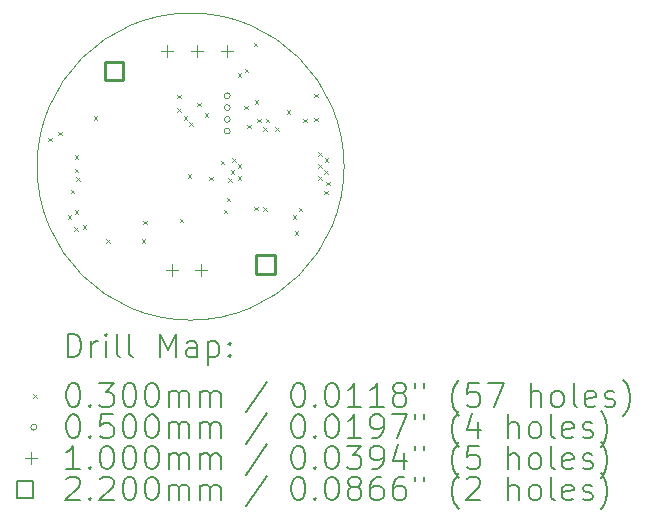
<source format=gbr>
%TF.GenerationSoftware,KiCad,Pcbnew,9.0.4*%
%TF.CreationDate,2025-10-13T14:39:45-04:00*%
%TF.ProjectId,bldc motor controller,626c6463-206d-46f7-946f-7220636f6e74,rev?*%
%TF.SameCoordinates,Original*%
%TF.FileFunction,Drillmap*%
%TF.FilePolarity,Positive*%
%FSLAX45Y45*%
G04 Gerber Fmt 4.5, Leading zero omitted, Abs format (unit mm)*
G04 Created by KiCad (PCBNEW 9.0.4) date 2025-10-13 14:39:45*
%MOMM*%
%LPD*%
G01*
G04 APERTURE LIST*
%ADD10C,0.050000*%
%ADD11C,0.200000*%
%ADD12C,0.100000*%
%ADD13C,0.220000*%
G04 APERTURE END LIST*
D10*
X15550000Y-8800000D02*
G75*
G02*
X12950000Y-8800000I-1300000J0D01*
G01*
X12950000Y-8800000D02*
G75*
G02*
X15550000Y-8800000I1300000J0D01*
G01*
D11*
D12*
X13045000Y-8555000D02*
X13075000Y-8585000D01*
X13075000Y-8555000D02*
X13045000Y-8585000D01*
X13129645Y-8504645D02*
X13159645Y-8534645D01*
X13159645Y-8504645D02*
X13129645Y-8534645D01*
X13210000Y-9213645D02*
X13240000Y-9243645D01*
X13240000Y-9213645D02*
X13210000Y-9243645D01*
X13235000Y-8995000D02*
X13265000Y-9025000D01*
X13265000Y-8995000D02*
X13235000Y-9025000D01*
X13265000Y-9315000D02*
X13295000Y-9345000D01*
X13295000Y-9315000D02*
X13265000Y-9345000D01*
X13269219Y-9170782D02*
X13299219Y-9200782D01*
X13299219Y-9170782D02*
X13269219Y-9200782D01*
X13270000Y-8705000D02*
X13300000Y-8735000D01*
X13300000Y-8705000D02*
X13270000Y-8735000D01*
X13270000Y-8820000D02*
X13300000Y-8850000D01*
X13300000Y-8820000D02*
X13270000Y-8850000D01*
X13280000Y-8890000D02*
X13310000Y-8920000D01*
X13310000Y-8890000D02*
X13280000Y-8920000D01*
X13335000Y-9295826D02*
X13365000Y-9325826D01*
X13365000Y-9295826D02*
X13335000Y-9325826D01*
X13430000Y-8375000D02*
X13460000Y-8405000D01*
X13460000Y-8375000D02*
X13430000Y-8405000D01*
X13535000Y-9415000D02*
X13565000Y-9445000D01*
X13565000Y-9415000D02*
X13535000Y-9445000D01*
X13835000Y-9415000D02*
X13865000Y-9445000D01*
X13865000Y-9415000D02*
X13835000Y-9445000D01*
X13849805Y-9259095D02*
X13879805Y-9289095D01*
X13879805Y-9259095D02*
X13849805Y-9289095D01*
X14135000Y-8190000D02*
X14165000Y-8220000D01*
X14165000Y-8190000D02*
X14135000Y-8220000D01*
X14135000Y-8305000D02*
X14165000Y-8335000D01*
X14165000Y-8305000D02*
X14135000Y-8335000D01*
X14159609Y-9241033D02*
X14189609Y-9271033D01*
X14189609Y-9241033D02*
X14159609Y-9271033D01*
X14190502Y-8375502D02*
X14220502Y-8405502D01*
X14220502Y-8375502D02*
X14190502Y-8405502D01*
X14224361Y-8864928D02*
X14254361Y-8894928D01*
X14254361Y-8864928D02*
X14224361Y-8894928D01*
X14240000Y-8425000D02*
X14270000Y-8455000D01*
X14270000Y-8425000D02*
X14240000Y-8455000D01*
X14305000Y-8260000D02*
X14335000Y-8290000D01*
X14335000Y-8260000D02*
X14305000Y-8290000D01*
X14367910Y-8348022D02*
X14397910Y-8378022D01*
X14397910Y-8348022D02*
X14367910Y-8378022D01*
X14410000Y-8885000D02*
X14440000Y-8915000D01*
X14440000Y-8885000D02*
X14410000Y-8915000D01*
X14505000Y-8750000D02*
X14535000Y-8780000D01*
X14535000Y-8750000D02*
X14505000Y-8780000D01*
X14530000Y-9165100D02*
X14560000Y-9195100D01*
X14560000Y-9165100D02*
X14530000Y-9195100D01*
X14555000Y-9065000D02*
X14585000Y-9095000D01*
X14585000Y-9065000D02*
X14555000Y-9095000D01*
X14567429Y-8897571D02*
X14597429Y-8927571D01*
X14597429Y-8897571D02*
X14567429Y-8927571D01*
X14590000Y-8830000D02*
X14620000Y-8860000D01*
X14620000Y-8830000D02*
X14590000Y-8860000D01*
X14600510Y-8730495D02*
X14630510Y-8760495D01*
X14630510Y-8730495D02*
X14600510Y-8760495D01*
X14650000Y-8780000D02*
X14680000Y-8810000D01*
X14680000Y-8780000D02*
X14650000Y-8810000D01*
X14650000Y-8880000D02*
X14680000Y-8910000D01*
X14680000Y-8880000D02*
X14650000Y-8910000D01*
X14650943Y-8007581D02*
X14680943Y-8037581D01*
X14680943Y-8007581D02*
X14650943Y-8037581D01*
X14705000Y-8285000D02*
X14735000Y-8315000D01*
X14735000Y-8285000D02*
X14705000Y-8315000D01*
X14710000Y-7970000D02*
X14740000Y-8000000D01*
X14740000Y-7970000D02*
X14710000Y-8000000D01*
X14727855Y-8447145D02*
X14757855Y-8477145D01*
X14757855Y-8447145D02*
X14727855Y-8477145D01*
X14785000Y-7750000D02*
X14815000Y-7780000D01*
X14815000Y-7750000D02*
X14785000Y-7780000D01*
X14790000Y-9140000D02*
X14820000Y-9170000D01*
X14820000Y-9140000D02*
X14790000Y-9170000D01*
X14795000Y-8240000D02*
X14825000Y-8270000D01*
X14825000Y-8240000D02*
X14795000Y-8270000D01*
X14814999Y-8395000D02*
X14844999Y-8425000D01*
X14844999Y-8395000D02*
X14814999Y-8425000D01*
X14864999Y-8465000D02*
X14894999Y-8495000D01*
X14894999Y-8465000D02*
X14864999Y-8495000D01*
X14864999Y-9145000D02*
X14894999Y-9175000D01*
X14894999Y-9145000D02*
X14864999Y-9175000D01*
X14884999Y-8395303D02*
X14914999Y-8425303D01*
X14914999Y-8395303D02*
X14884999Y-8425303D01*
X14964999Y-8465000D02*
X14994999Y-8495000D01*
X14994999Y-8465000D02*
X14964999Y-8495000D01*
X15065000Y-8325000D02*
X15095000Y-8355000D01*
X15095000Y-8325000D02*
X15065000Y-8355000D01*
X15114999Y-9210000D02*
X15144999Y-9240000D01*
X15144999Y-9210000D02*
X15114999Y-9240000D01*
X15130000Y-9345000D02*
X15160000Y-9375000D01*
X15160000Y-9345000D02*
X15130000Y-9375000D01*
X15164999Y-9150000D02*
X15194999Y-9180000D01*
X15194999Y-9150000D02*
X15164999Y-9180000D01*
X15202855Y-8394900D02*
X15232855Y-8424900D01*
X15232855Y-8394900D02*
X15202855Y-8424900D01*
X15295000Y-8185000D02*
X15325000Y-8215000D01*
X15325000Y-8185000D02*
X15295000Y-8215000D01*
X15295000Y-8385000D02*
X15325000Y-8415000D01*
X15325000Y-8385000D02*
X15295000Y-8415000D01*
X15330000Y-8680000D02*
X15360000Y-8710000D01*
X15360000Y-8680000D02*
X15330000Y-8710000D01*
X15330000Y-8780000D02*
X15360000Y-8810000D01*
X15360000Y-8780000D02*
X15330000Y-8810000D01*
X15330000Y-8880000D02*
X15360000Y-8910000D01*
X15360000Y-8880000D02*
X15330000Y-8910000D01*
X15380000Y-8830000D02*
X15410000Y-8860000D01*
X15410000Y-8830000D02*
X15380000Y-8860000D01*
X15380000Y-9005000D02*
X15410000Y-9035000D01*
X15410000Y-9005000D02*
X15380000Y-9035000D01*
X15385000Y-8730000D02*
X15415000Y-8760000D01*
X15415000Y-8730000D02*
X15385000Y-8760000D01*
X15400000Y-8930000D02*
X15430000Y-8960000D01*
X15430000Y-8930000D02*
X15400000Y-8960000D01*
X14585000Y-8200000D02*
G75*
G02*
X14535000Y-8200000I-25000J0D01*
G01*
X14535000Y-8200000D02*
G75*
G02*
X14585000Y-8200000I25000J0D01*
G01*
X14585000Y-8300000D02*
G75*
G02*
X14535000Y-8300000I-25000J0D01*
G01*
X14535000Y-8300000D02*
G75*
G02*
X14585000Y-8300000I25000J0D01*
G01*
X14585000Y-8400000D02*
G75*
G02*
X14535000Y-8400000I-25000J0D01*
G01*
X14535000Y-8400000D02*
G75*
G02*
X14585000Y-8400000I25000J0D01*
G01*
X14585000Y-8500000D02*
G75*
G02*
X14535000Y-8500000I-25000J0D01*
G01*
X14535000Y-8500000D02*
G75*
G02*
X14585000Y-8500000I25000J0D01*
G01*
X14051000Y-7770000D02*
X14051000Y-7870000D01*
X14001000Y-7820000D02*
X14101000Y-7820000D01*
X14090000Y-9625000D02*
X14090000Y-9725000D01*
X14040000Y-9675000D02*
X14140000Y-9675000D01*
X14305000Y-7770000D02*
X14305000Y-7870000D01*
X14255000Y-7820000D02*
X14355000Y-7820000D01*
X14340000Y-9625000D02*
X14340000Y-9725000D01*
X14290000Y-9675000D02*
X14390000Y-9675000D01*
X14559000Y-7770000D02*
X14559000Y-7870000D01*
X14509000Y-7820000D02*
X14609000Y-7820000D01*
D13*
X13677782Y-8067782D02*
X13677782Y-7912217D01*
X13522217Y-7912217D01*
X13522217Y-8067782D01*
X13677782Y-8067782D01*
X14962782Y-9707783D02*
X14962782Y-9552218D01*
X14807217Y-9552218D01*
X14807217Y-9707783D01*
X14962782Y-9707783D01*
D11*
X13208277Y-10413984D02*
X13208277Y-10213984D01*
X13208277Y-10213984D02*
X13255896Y-10213984D01*
X13255896Y-10213984D02*
X13284467Y-10223508D01*
X13284467Y-10223508D02*
X13303515Y-10242555D01*
X13303515Y-10242555D02*
X13313039Y-10261603D01*
X13313039Y-10261603D02*
X13322562Y-10299698D01*
X13322562Y-10299698D02*
X13322562Y-10328270D01*
X13322562Y-10328270D02*
X13313039Y-10366365D01*
X13313039Y-10366365D02*
X13303515Y-10385412D01*
X13303515Y-10385412D02*
X13284467Y-10404460D01*
X13284467Y-10404460D02*
X13255896Y-10413984D01*
X13255896Y-10413984D02*
X13208277Y-10413984D01*
X13408277Y-10413984D02*
X13408277Y-10280650D01*
X13408277Y-10318746D02*
X13417801Y-10299698D01*
X13417801Y-10299698D02*
X13427324Y-10290174D01*
X13427324Y-10290174D02*
X13446372Y-10280650D01*
X13446372Y-10280650D02*
X13465420Y-10280650D01*
X13532086Y-10413984D02*
X13532086Y-10280650D01*
X13532086Y-10213984D02*
X13522562Y-10223508D01*
X13522562Y-10223508D02*
X13532086Y-10233031D01*
X13532086Y-10233031D02*
X13541610Y-10223508D01*
X13541610Y-10223508D02*
X13532086Y-10213984D01*
X13532086Y-10213984D02*
X13532086Y-10233031D01*
X13655896Y-10413984D02*
X13636848Y-10404460D01*
X13636848Y-10404460D02*
X13627324Y-10385412D01*
X13627324Y-10385412D02*
X13627324Y-10213984D01*
X13760658Y-10413984D02*
X13741610Y-10404460D01*
X13741610Y-10404460D02*
X13732086Y-10385412D01*
X13732086Y-10385412D02*
X13732086Y-10213984D01*
X13989229Y-10413984D02*
X13989229Y-10213984D01*
X13989229Y-10213984D02*
X14055896Y-10356841D01*
X14055896Y-10356841D02*
X14122562Y-10213984D01*
X14122562Y-10213984D02*
X14122562Y-10413984D01*
X14303515Y-10413984D02*
X14303515Y-10309222D01*
X14303515Y-10309222D02*
X14293991Y-10290174D01*
X14293991Y-10290174D02*
X14274943Y-10280650D01*
X14274943Y-10280650D02*
X14236848Y-10280650D01*
X14236848Y-10280650D02*
X14217801Y-10290174D01*
X14303515Y-10404460D02*
X14284467Y-10413984D01*
X14284467Y-10413984D02*
X14236848Y-10413984D01*
X14236848Y-10413984D02*
X14217801Y-10404460D01*
X14217801Y-10404460D02*
X14208277Y-10385412D01*
X14208277Y-10385412D02*
X14208277Y-10366365D01*
X14208277Y-10366365D02*
X14217801Y-10347317D01*
X14217801Y-10347317D02*
X14236848Y-10337793D01*
X14236848Y-10337793D02*
X14284467Y-10337793D01*
X14284467Y-10337793D02*
X14303515Y-10328270D01*
X14398753Y-10280650D02*
X14398753Y-10480650D01*
X14398753Y-10290174D02*
X14417801Y-10280650D01*
X14417801Y-10280650D02*
X14455896Y-10280650D01*
X14455896Y-10280650D02*
X14474943Y-10290174D01*
X14474943Y-10290174D02*
X14484467Y-10299698D01*
X14484467Y-10299698D02*
X14493991Y-10318746D01*
X14493991Y-10318746D02*
X14493991Y-10375889D01*
X14493991Y-10375889D02*
X14484467Y-10394936D01*
X14484467Y-10394936D02*
X14474943Y-10404460D01*
X14474943Y-10404460D02*
X14455896Y-10413984D01*
X14455896Y-10413984D02*
X14417801Y-10413984D01*
X14417801Y-10413984D02*
X14398753Y-10404460D01*
X14579705Y-10394936D02*
X14589229Y-10404460D01*
X14589229Y-10404460D02*
X14579705Y-10413984D01*
X14579705Y-10413984D02*
X14570182Y-10404460D01*
X14570182Y-10404460D02*
X14579705Y-10394936D01*
X14579705Y-10394936D02*
X14579705Y-10413984D01*
X14579705Y-10290174D02*
X14589229Y-10299698D01*
X14589229Y-10299698D02*
X14579705Y-10309222D01*
X14579705Y-10309222D02*
X14570182Y-10299698D01*
X14570182Y-10299698D02*
X14579705Y-10290174D01*
X14579705Y-10290174D02*
X14579705Y-10309222D01*
D12*
X12917500Y-10727500D02*
X12947500Y-10757500D01*
X12947500Y-10727500D02*
X12917500Y-10757500D01*
D11*
X13246372Y-10633984D02*
X13265420Y-10633984D01*
X13265420Y-10633984D02*
X13284467Y-10643508D01*
X13284467Y-10643508D02*
X13293991Y-10653031D01*
X13293991Y-10653031D02*
X13303515Y-10672079D01*
X13303515Y-10672079D02*
X13313039Y-10710174D01*
X13313039Y-10710174D02*
X13313039Y-10757793D01*
X13313039Y-10757793D02*
X13303515Y-10795889D01*
X13303515Y-10795889D02*
X13293991Y-10814936D01*
X13293991Y-10814936D02*
X13284467Y-10824460D01*
X13284467Y-10824460D02*
X13265420Y-10833984D01*
X13265420Y-10833984D02*
X13246372Y-10833984D01*
X13246372Y-10833984D02*
X13227324Y-10824460D01*
X13227324Y-10824460D02*
X13217801Y-10814936D01*
X13217801Y-10814936D02*
X13208277Y-10795889D01*
X13208277Y-10795889D02*
X13198753Y-10757793D01*
X13198753Y-10757793D02*
X13198753Y-10710174D01*
X13198753Y-10710174D02*
X13208277Y-10672079D01*
X13208277Y-10672079D02*
X13217801Y-10653031D01*
X13217801Y-10653031D02*
X13227324Y-10643508D01*
X13227324Y-10643508D02*
X13246372Y-10633984D01*
X13398753Y-10814936D02*
X13408277Y-10824460D01*
X13408277Y-10824460D02*
X13398753Y-10833984D01*
X13398753Y-10833984D02*
X13389229Y-10824460D01*
X13389229Y-10824460D02*
X13398753Y-10814936D01*
X13398753Y-10814936D02*
X13398753Y-10833984D01*
X13474943Y-10633984D02*
X13598753Y-10633984D01*
X13598753Y-10633984D02*
X13532086Y-10710174D01*
X13532086Y-10710174D02*
X13560658Y-10710174D01*
X13560658Y-10710174D02*
X13579705Y-10719698D01*
X13579705Y-10719698D02*
X13589229Y-10729222D01*
X13589229Y-10729222D02*
X13598753Y-10748270D01*
X13598753Y-10748270D02*
X13598753Y-10795889D01*
X13598753Y-10795889D02*
X13589229Y-10814936D01*
X13589229Y-10814936D02*
X13579705Y-10824460D01*
X13579705Y-10824460D02*
X13560658Y-10833984D01*
X13560658Y-10833984D02*
X13503515Y-10833984D01*
X13503515Y-10833984D02*
X13484467Y-10824460D01*
X13484467Y-10824460D02*
X13474943Y-10814936D01*
X13722562Y-10633984D02*
X13741610Y-10633984D01*
X13741610Y-10633984D02*
X13760658Y-10643508D01*
X13760658Y-10643508D02*
X13770182Y-10653031D01*
X13770182Y-10653031D02*
X13779705Y-10672079D01*
X13779705Y-10672079D02*
X13789229Y-10710174D01*
X13789229Y-10710174D02*
X13789229Y-10757793D01*
X13789229Y-10757793D02*
X13779705Y-10795889D01*
X13779705Y-10795889D02*
X13770182Y-10814936D01*
X13770182Y-10814936D02*
X13760658Y-10824460D01*
X13760658Y-10824460D02*
X13741610Y-10833984D01*
X13741610Y-10833984D02*
X13722562Y-10833984D01*
X13722562Y-10833984D02*
X13703515Y-10824460D01*
X13703515Y-10824460D02*
X13693991Y-10814936D01*
X13693991Y-10814936D02*
X13684467Y-10795889D01*
X13684467Y-10795889D02*
X13674943Y-10757793D01*
X13674943Y-10757793D02*
X13674943Y-10710174D01*
X13674943Y-10710174D02*
X13684467Y-10672079D01*
X13684467Y-10672079D02*
X13693991Y-10653031D01*
X13693991Y-10653031D02*
X13703515Y-10643508D01*
X13703515Y-10643508D02*
X13722562Y-10633984D01*
X13913039Y-10633984D02*
X13932086Y-10633984D01*
X13932086Y-10633984D02*
X13951134Y-10643508D01*
X13951134Y-10643508D02*
X13960658Y-10653031D01*
X13960658Y-10653031D02*
X13970182Y-10672079D01*
X13970182Y-10672079D02*
X13979705Y-10710174D01*
X13979705Y-10710174D02*
X13979705Y-10757793D01*
X13979705Y-10757793D02*
X13970182Y-10795889D01*
X13970182Y-10795889D02*
X13960658Y-10814936D01*
X13960658Y-10814936D02*
X13951134Y-10824460D01*
X13951134Y-10824460D02*
X13932086Y-10833984D01*
X13932086Y-10833984D02*
X13913039Y-10833984D01*
X13913039Y-10833984D02*
X13893991Y-10824460D01*
X13893991Y-10824460D02*
X13884467Y-10814936D01*
X13884467Y-10814936D02*
X13874943Y-10795889D01*
X13874943Y-10795889D02*
X13865420Y-10757793D01*
X13865420Y-10757793D02*
X13865420Y-10710174D01*
X13865420Y-10710174D02*
X13874943Y-10672079D01*
X13874943Y-10672079D02*
X13884467Y-10653031D01*
X13884467Y-10653031D02*
X13893991Y-10643508D01*
X13893991Y-10643508D02*
X13913039Y-10633984D01*
X14065420Y-10833984D02*
X14065420Y-10700650D01*
X14065420Y-10719698D02*
X14074943Y-10710174D01*
X14074943Y-10710174D02*
X14093991Y-10700650D01*
X14093991Y-10700650D02*
X14122563Y-10700650D01*
X14122563Y-10700650D02*
X14141610Y-10710174D01*
X14141610Y-10710174D02*
X14151134Y-10729222D01*
X14151134Y-10729222D02*
X14151134Y-10833984D01*
X14151134Y-10729222D02*
X14160658Y-10710174D01*
X14160658Y-10710174D02*
X14179705Y-10700650D01*
X14179705Y-10700650D02*
X14208277Y-10700650D01*
X14208277Y-10700650D02*
X14227324Y-10710174D01*
X14227324Y-10710174D02*
X14236848Y-10729222D01*
X14236848Y-10729222D02*
X14236848Y-10833984D01*
X14332086Y-10833984D02*
X14332086Y-10700650D01*
X14332086Y-10719698D02*
X14341610Y-10710174D01*
X14341610Y-10710174D02*
X14360658Y-10700650D01*
X14360658Y-10700650D02*
X14389229Y-10700650D01*
X14389229Y-10700650D02*
X14408277Y-10710174D01*
X14408277Y-10710174D02*
X14417801Y-10729222D01*
X14417801Y-10729222D02*
X14417801Y-10833984D01*
X14417801Y-10729222D02*
X14427324Y-10710174D01*
X14427324Y-10710174D02*
X14446372Y-10700650D01*
X14446372Y-10700650D02*
X14474943Y-10700650D01*
X14474943Y-10700650D02*
X14493991Y-10710174D01*
X14493991Y-10710174D02*
X14503515Y-10729222D01*
X14503515Y-10729222D02*
X14503515Y-10833984D01*
X14893991Y-10624460D02*
X14722563Y-10881603D01*
X15151134Y-10633984D02*
X15170182Y-10633984D01*
X15170182Y-10633984D02*
X15189229Y-10643508D01*
X15189229Y-10643508D02*
X15198753Y-10653031D01*
X15198753Y-10653031D02*
X15208277Y-10672079D01*
X15208277Y-10672079D02*
X15217801Y-10710174D01*
X15217801Y-10710174D02*
X15217801Y-10757793D01*
X15217801Y-10757793D02*
X15208277Y-10795889D01*
X15208277Y-10795889D02*
X15198753Y-10814936D01*
X15198753Y-10814936D02*
X15189229Y-10824460D01*
X15189229Y-10824460D02*
X15170182Y-10833984D01*
X15170182Y-10833984D02*
X15151134Y-10833984D01*
X15151134Y-10833984D02*
X15132086Y-10824460D01*
X15132086Y-10824460D02*
X15122563Y-10814936D01*
X15122563Y-10814936D02*
X15113039Y-10795889D01*
X15113039Y-10795889D02*
X15103515Y-10757793D01*
X15103515Y-10757793D02*
X15103515Y-10710174D01*
X15103515Y-10710174D02*
X15113039Y-10672079D01*
X15113039Y-10672079D02*
X15122563Y-10653031D01*
X15122563Y-10653031D02*
X15132086Y-10643508D01*
X15132086Y-10643508D02*
X15151134Y-10633984D01*
X15303515Y-10814936D02*
X15313039Y-10824460D01*
X15313039Y-10824460D02*
X15303515Y-10833984D01*
X15303515Y-10833984D02*
X15293991Y-10824460D01*
X15293991Y-10824460D02*
X15303515Y-10814936D01*
X15303515Y-10814936D02*
X15303515Y-10833984D01*
X15436848Y-10633984D02*
X15455896Y-10633984D01*
X15455896Y-10633984D02*
X15474944Y-10643508D01*
X15474944Y-10643508D02*
X15484467Y-10653031D01*
X15484467Y-10653031D02*
X15493991Y-10672079D01*
X15493991Y-10672079D02*
X15503515Y-10710174D01*
X15503515Y-10710174D02*
X15503515Y-10757793D01*
X15503515Y-10757793D02*
X15493991Y-10795889D01*
X15493991Y-10795889D02*
X15484467Y-10814936D01*
X15484467Y-10814936D02*
X15474944Y-10824460D01*
X15474944Y-10824460D02*
X15455896Y-10833984D01*
X15455896Y-10833984D02*
X15436848Y-10833984D01*
X15436848Y-10833984D02*
X15417801Y-10824460D01*
X15417801Y-10824460D02*
X15408277Y-10814936D01*
X15408277Y-10814936D02*
X15398753Y-10795889D01*
X15398753Y-10795889D02*
X15389229Y-10757793D01*
X15389229Y-10757793D02*
X15389229Y-10710174D01*
X15389229Y-10710174D02*
X15398753Y-10672079D01*
X15398753Y-10672079D02*
X15408277Y-10653031D01*
X15408277Y-10653031D02*
X15417801Y-10643508D01*
X15417801Y-10643508D02*
X15436848Y-10633984D01*
X15693991Y-10833984D02*
X15579706Y-10833984D01*
X15636848Y-10833984D02*
X15636848Y-10633984D01*
X15636848Y-10633984D02*
X15617801Y-10662555D01*
X15617801Y-10662555D02*
X15598753Y-10681603D01*
X15598753Y-10681603D02*
X15579706Y-10691127D01*
X15884467Y-10833984D02*
X15770182Y-10833984D01*
X15827325Y-10833984D02*
X15827325Y-10633984D01*
X15827325Y-10633984D02*
X15808277Y-10662555D01*
X15808277Y-10662555D02*
X15789229Y-10681603D01*
X15789229Y-10681603D02*
X15770182Y-10691127D01*
X15998753Y-10719698D02*
X15979706Y-10710174D01*
X15979706Y-10710174D02*
X15970182Y-10700650D01*
X15970182Y-10700650D02*
X15960658Y-10681603D01*
X15960658Y-10681603D02*
X15960658Y-10672079D01*
X15960658Y-10672079D02*
X15970182Y-10653031D01*
X15970182Y-10653031D02*
X15979706Y-10643508D01*
X15979706Y-10643508D02*
X15998753Y-10633984D01*
X15998753Y-10633984D02*
X16036848Y-10633984D01*
X16036848Y-10633984D02*
X16055896Y-10643508D01*
X16055896Y-10643508D02*
X16065420Y-10653031D01*
X16065420Y-10653031D02*
X16074944Y-10672079D01*
X16074944Y-10672079D02*
X16074944Y-10681603D01*
X16074944Y-10681603D02*
X16065420Y-10700650D01*
X16065420Y-10700650D02*
X16055896Y-10710174D01*
X16055896Y-10710174D02*
X16036848Y-10719698D01*
X16036848Y-10719698D02*
X15998753Y-10719698D01*
X15998753Y-10719698D02*
X15979706Y-10729222D01*
X15979706Y-10729222D02*
X15970182Y-10738746D01*
X15970182Y-10738746D02*
X15960658Y-10757793D01*
X15960658Y-10757793D02*
X15960658Y-10795889D01*
X15960658Y-10795889D02*
X15970182Y-10814936D01*
X15970182Y-10814936D02*
X15979706Y-10824460D01*
X15979706Y-10824460D02*
X15998753Y-10833984D01*
X15998753Y-10833984D02*
X16036848Y-10833984D01*
X16036848Y-10833984D02*
X16055896Y-10824460D01*
X16055896Y-10824460D02*
X16065420Y-10814936D01*
X16065420Y-10814936D02*
X16074944Y-10795889D01*
X16074944Y-10795889D02*
X16074944Y-10757793D01*
X16074944Y-10757793D02*
X16065420Y-10738746D01*
X16065420Y-10738746D02*
X16055896Y-10729222D01*
X16055896Y-10729222D02*
X16036848Y-10719698D01*
X16151134Y-10633984D02*
X16151134Y-10672079D01*
X16227325Y-10633984D02*
X16227325Y-10672079D01*
X16522563Y-10910174D02*
X16513039Y-10900650D01*
X16513039Y-10900650D02*
X16493991Y-10872079D01*
X16493991Y-10872079D02*
X16484468Y-10853031D01*
X16484468Y-10853031D02*
X16474944Y-10824460D01*
X16474944Y-10824460D02*
X16465420Y-10776841D01*
X16465420Y-10776841D02*
X16465420Y-10738746D01*
X16465420Y-10738746D02*
X16474944Y-10691127D01*
X16474944Y-10691127D02*
X16484468Y-10662555D01*
X16484468Y-10662555D02*
X16493991Y-10643508D01*
X16493991Y-10643508D02*
X16513039Y-10614936D01*
X16513039Y-10614936D02*
X16522563Y-10605412D01*
X16693991Y-10633984D02*
X16598753Y-10633984D01*
X16598753Y-10633984D02*
X16589229Y-10729222D01*
X16589229Y-10729222D02*
X16598753Y-10719698D01*
X16598753Y-10719698D02*
X16617801Y-10710174D01*
X16617801Y-10710174D02*
X16665420Y-10710174D01*
X16665420Y-10710174D02*
X16684468Y-10719698D01*
X16684468Y-10719698D02*
X16693991Y-10729222D01*
X16693991Y-10729222D02*
X16703515Y-10748270D01*
X16703515Y-10748270D02*
X16703515Y-10795889D01*
X16703515Y-10795889D02*
X16693991Y-10814936D01*
X16693991Y-10814936D02*
X16684468Y-10824460D01*
X16684468Y-10824460D02*
X16665420Y-10833984D01*
X16665420Y-10833984D02*
X16617801Y-10833984D01*
X16617801Y-10833984D02*
X16598753Y-10824460D01*
X16598753Y-10824460D02*
X16589229Y-10814936D01*
X16770182Y-10633984D02*
X16903515Y-10633984D01*
X16903515Y-10633984D02*
X16817801Y-10833984D01*
X17132087Y-10833984D02*
X17132087Y-10633984D01*
X17217801Y-10833984D02*
X17217801Y-10729222D01*
X17217801Y-10729222D02*
X17208277Y-10710174D01*
X17208277Y-10710174D02*
X17189230Y-10700650D01*
X17189230Y-10700650D02*
X17160658Y-10700650D01*
X17160658Y-10700650D02*
X17141611Y-10710174D01*
X17141611Y-10710174D02*
X17132087Y-10719698D01*
X17341611Y-10833984D02*
X17322563Y-10824460D01*
X17322563Y-10824460D02*
X17313039Y-10814936D01*
X17313039Y-10814936D02*
X17303515Y-10795889D01*
X17303515Y-10795889D02*
X17303515Y-10738746D01*
X17303515Y-10738746D02*
X17313039Y-10719698D01*
X17313039Y-10719698D02*
X17322563Y-10710174D01*
X17322563Y-10710174D02*
X17341611Y-10700650D01*
X17341611Y-10700650D02*
X17370182Y-10700650D01*
X17370182Y-10700650D02*
X17389230Y-10710174D01*
X17389230Y-10710174D02*
X17398753Y-10719698D01*
X17398753Y-10719698D02*
X17408277Y-10738746D01*
X17408277Y-10738746D02*
X17408277Y-10795889D01*
X17408277Y-10795889D02*
X17398753Y-10814936D01*
X17398753Y-10814936D02*
X17389230Y-10824460D01*
X17389230Y-10824460D02*
X17370182Y-10833984D01*
X17370182Y-10833984D02*
X17341611Y-10833984D01*
X17522563Y-10833984D02*
X17503515Y-10824460D01*
X17503515Y-10824460D02*
X17493992Y-10805412D01*
X17493992Y-10805412D02*
X17493992Y-10633984D01*
X17674944Y-10824460D02*
X17655896Y-10833984D01*
X17655896Y-10833984D02*
X17617801Y-10833984D01*
X17617801Y-10833984D02*
X17598753Y-10824460D01*
X17598753Y-10824460D02*
X17589230Y-10805412D01*
X17589230Y-10805412D02*
X17589230Y-10729222D01*
X17589230Y-10729222D02*
X17598753Y-10710174D01*
X17598753Y-10710174D02*
X17617801Y-10700650D01*
X17617801Y-10700650D02*
X17655896Y-10700650D01*
X17655896Y-10700650D02*
X17674944Y-10710174D01*
X17674944Y-10710174D02*
X17684468Y-10729222D01*
X17684468Y-10729222D02*
X17684468Y-10748270D01*
X17684468Y-10748270D02*
X17589230Y-10767317D01*
X17760658Y-10824460D02*
X17779706Y-10833984D01*
X17779706Y-10833984D02*
X17817801Y-10833984D01*
X17817801Y-10833984D02*
X17836849Y-10824460D01*
X17836849Y-10824460D02*
X17846373Y-10805412D01*
X17846373Y-10805412D02*
X17846373Y-10795889D01*
X17846373Y-10795889D02*
X17836849Y-10776841D01*
X17836849Y-10776841D02*
X17817801Y-10767317D01*
X17817801Y-10767317D02*
X17789230Y-10767317D01*
X17789230Y-10767317D02*
X17770182Y-10757793D01*
X17770182Y-10757793D02*
X17760658Y-10738746D01*
X17760658Y-10738746D02*
X17760658Y-10729222D01*
X17760658Y-10729222D02*
X17770182Y-10710174D01*
X17770182Y-10710174D02*
X17789230Y-10700650D01*
X17789230Y-10700650D02*
X17817801Y-10700650D01*
X17817801Y-10700650D02*
X17836849Y-10710174D01*
X17913039Y-10910174D02*
X17922563Y-10900650D01*
X17922563Y-10900650D02*
X17941611Y-10872079D01*
X17941611Y-10872079D02*
X17951134Y-10853031D01*
X17951134Y-10853031D02*
X17960658Y-10824460D01*
X17960658Y-10824460D02*
X17970182Y-10776841D01*
X17970182Y-10776841D02*
X17970182Y-10738746D01*
X17970182Y-10738746D02*
X17960658Y-10691127D01*
X17960658Y-10691127D02*
X17951134Y-10662555D01*
X17951134Y-10662555D02*
X17941611Y-10643508D01*
X17941611Y-10643508D02*
X17922563Y-10614936D01*
X17922563Y-10614936D02*
X17913039Y-10605412D01*
D12*
X12947500Y-11006500D02*
G75*
G02*
X12897500Y-11006500I-25000J0D01*
G01*
X12897500Y-11006500D02*
G75*
G02*
X12947500Y-11006500I25000J0D01*
G01*
D11*
X13246372Y-10897984D02*
X13265420Y-10897984D01*
X13265420Y-10897984D02*
X13284467Y-10907508D01*
X13284467Y-10907508D02*
X13293991Y-10917031D01*
X13293991Y-10917031D02*
X13303515Y-10936079D01*
X13303515Y-10936079D02*
X13313039Y-10974174D01*
X13313039Y-10974174D02*
X13313039Y-11021793D01*
X13313039Y-11021793D02*
X13303515Y-11059889D01*
X13303515Y-11059889D02*
X13293991Y-11078936D01*
X13293991Y-11078936D02*
X13284467Y-11088460D01*
X13284467Y-11088460D02*
X13265420Y-11097984D01*
X13265420Y-11097984D02*
X13246372Y-11097984D01*
X13246372Y-11097984D02*
X13227324Y-11088460D01*
X13227324Y-11088460D02*
X13217801Y-11078936D01*
X13217801Y-11078936D02*
X13208277Y-11059889D01*
X13208277Y-11059889D02*
X13198753Y-11021793D01*
X13198753Y-11021793D02*
X13198753Y-10974174D01*
X13198753Y-10974174D02*
X13208277Y-10936079D01*
X13208277Y-10936079D02*
X13217801Y-10917031D01*
X13217801Y-10917031D02*
X13227324Y-10907508D01*
X13227324Y-10907508D02*
X13246372Y-10897984D01*
X13398753Y-11078936D02*
X13408277Y-11088460D01*
X13408277Y-11088460D02*
X13398753Y-11097984D01*
X13398753Y-11097984D02*
X13389229Y-11088460D01*
X13389229Y-11088460D02*
X13398753Y-11078936D01*
X13398753Y-11078936D02*
X13398753Y-11097984D01*
X13589229Y-10897984D02*
X13493991Y-10897984D01*
X13493991Y-10897984D02*
X13484467Y-10993222D01*
X13484467Y-10993222D02*
X13493991Y-10983698D01*
X13493991Y-10983698D02*
X13513039Y-10974174D01*
X13513039Y-10974174D02*
X13560658Y-10974174D01*
X13560658Y-10974174D02*
X13579705Y-10983698D01*
X13579705Y-10983698D02*
X13589229Y-10993222D01*
X13589229Y-10993222D02*
X13598753Y-11012270D01*
X13598753Y-11012270D02*
X13598753Y-11059889D01*
X13598753Y-11059889D02*
X13589229Y-11078936D01*
X13589229Y-11078936D02*
X13579705Y-11088460D01*
X13579705Y-11088460D02*
X13560658Y-11097984D01*
X13560658Y-11097984D02*
X13513039Y-11097984D01*
X13513039Y-11097984D02*
X13493991Y-11088460D01*
X13493991Y-11088460D02*
X13484467Y-11078936D01*
X13722562Y-10897984D02*
X13741610Y-10897984D01*
X13741610Y-10897984D02*
X13760658Y-10907508D01*
X13760658Y-10907508D02*
X13770182Y-10917031D01*
X13770182Y-10917031D02*
X13779705Y-10936079D01*
X13779705Y-10936079D02*
X13789229Y-10974174D01*
X13789229Y-10974174D02*
X13789229Y-11021793D01*
X13789229Y-11021793D02*
X13779705Y-11059889D01*
X13779705Y-11059889D02*
X13770182Y-11078936D01*
X13770182Y-11078936D02*
X13760658Y-11088460D01*
X13760658Y-11088460D02*
X13741610Y-11097984D01*
X13741610Y-11097984D02*
X13722562Y-11097984D01*
X13722562Y-11097984D02*
X13703515Y-11088460D01*
X13703515Y-11088460D02*
X13693991Y-11078936D01*
X13693991Y-11078936D02*
X13684467Y-11059889D01*
X13684467Y-11059889D02*
X13674943Y-11021793D01*
X13674943Y-11021793D02*
X13674943Y-10974174D01*
X13674943Y-10974174D02*
X13684467Y-10936079D01*
X13684467Y-10936079D02*
X13693991Y-10917031D01*
X13693991Y-10917031D02*
X13703515Y-10907508D01*
X13703515Y-10907508D02*
X13722562Y-10897984D01*
X13913039Y-10897984D02*
X13932086Y-10897984D01*
X13932086Y-10897984D02*
X13951134Y-10907508D01*
X13951134Y-10907508D02*
X13960658Y-10917031D01*
X13960658Y-10917031D02*
X13970182Y-10936079D01*
X13970182Y-10936079D02*
X13979705Y-10974174D01*
X13979705Y-10974174D02*
X13979705Y-11021793D01*
X13979705Y-11021793D02*
X13970182Y-11059889D01*
X13970182Y-11059889D02*
X13960658Y-11078936D01*
X13960658Y-11078936D02*
X13951134Y-11088460D01*
X13951134Y-11088460D02*
X13932086Y-11097984D01*
X13932086Y-11097984D02*
X13913039Y-11097984D01*
X13913039Y-11097984D02*
X13893991Y-11088460D01*
X13893991Y-11088460D02*
X13884467Y-11078936D01*
X13884467Y-11078936D02*
X13874943Y-11059889D01*
X13874943Y-11059889D02*
X13865420Y-11021793D01*
X13865420Y-11021793D02*
X13865420Y-10974174D01*
X13865420Y-10974174D02*
X13874943Y-10936079D01*
X13874943Y-10936079D02*
X13884467Y-10917031D01*
X13884467Y-10917031D02*
X13893991Y-10907508D01*
X13893991Y-10907508D02*
X13913039Y-10897984D01*
X14065420Y-11097984D02*
X14065420Y-10964650D01*
X14065420Y-10983698D02*
X14074943Y-10974174D01*
X14074943Y-10974174D02*
X14093991Y-10964650D01*
X14093991Y-10964650D02*
X14122563Y-10964650D01*
X14122563Y-10964650D02*
X14141610Y-10974174D01*
X14141610Y-10974174D02*
X14151134Y-10993222D01*
X14151134Y-10993222D02*
X14151134Y-11097984D01*
X14151134Y-10993222D02*
X14160658Y-10974174D01*
X14160658Y-10974174D02*
X14179705Y-10964650D01*
X14179705Y-10964650D02*
X14208277Y-10964650D01*
X14208277Y-10964650D02*
X14227324Y-10974174D01*
X14227324Y-10974174D02*
X14236848Y-10993222D01*
X14236848Y-10993222D02*
X14236848Y-11097984D01*
X14332086Y-11097984D02*
X14332086Y-10964650D01*
X14332086Y-10983698D02*
X14341610Y-10974174D01*
X14341610Y-10974174D02*
X14360658Y-10964650D01*
X14360658Y-10964650D02*
X14389229Y-10964650D01*
X14389229Y-10964650D02*
X14408277Y-10974174D01*
X14408277Y-10974174D02*
X14417801Y-10993222D01*
X14417801Y-10993222D02*
X14417801Y-11097984D01*
X14417801Y-10993222D02*
X14427324Y-10974174D01*
X14427324Y-10974174D02*
X14446372Y-10964650D01*
X14446372Y-10964650D02*
X14474943Y-10964650D01*
X14474943Y-10964650D02*
X14493991Y-10974174D01*
X14493991Y-10974174D02*
X14503515Y-10993222D01*
X14503515Y-10993222D02*
X14503515Y-11097984D01*
X14893991Y-10888460D02*
X14722563Y-11145603D01*
X15151134Y-10897984D02*
X15170182Y-10897984D01*
X15170182Y-10897984D02*
X15189229Y-10907508D01*
X15189229Y-10907508D02*
X15198753Y-10917031D01*
X15198753Y-10917031D02*
X15208277Y-10936079D01*
X15208277Y-10936079D02*
X15217801Y-10974174D01*
X15217801Y-10974174D02*
X15217801Y-11021793D01*
X15217801Y-11021793D02*
X15208277Y-11059889D01*
X15208277Y-11059889D02*
X15198753Y-11078936D01*
X15198753Y-11078936D02*
X15189229Y-11088460D01*
X15189229Y-11088460D02*
X15170182Y-11097984D01*
X15170182Y-11097984D02*
X15151134Y-11097984D01*
X15151134Y-11097984D02*
X15132086Y-11088460D01*
X15132086Y-11088460D02*
X15122563Y-11078936D01*
X15122563Y-11078936D02*
X15113039Y-11059889D01*
X15113039Y-11059889D02*
X15103515Y-11021793D01*
X15103515Y-11021793D02*
X15103515Y-10974174D01*
X15103515Y-10974174D02*
X15113039Y-10936079D01*
X15113039Y-10936079D02*
X15122563Y-10917031D01*
X15122563Y-10917031D02*
X15132086Y-10907508D01*
X15132086Y-10907508D02*
X15151134Y-10897984D01*
X15303515Y-11078936D02*
X15313039Y-11088460D01*
X15313039Y-11088460D02*
X15303515Y-11097984D01*
X15303515Y-11097984D02*
X15293991Y-11088460D01*
X15293991Y-11088460D02*
X15303515Y-11078936D01*
X15303515Y-11078936D02*
X15303515Y-11097984D01*
X15436848Y-10897984D02*
X15455896Y-10897984D01*
X15455896Y-10897984D02*
X15474944Y-10907508D01*
X15474944Y-10907508D02*
X15484467Y-10917031D01*
X15484467Y-10917031D02*
X15493991Y-10936079D01*
X15493991Y-10936079D02*
X15503515Y-10974174D01*
X15503515Y-10974174D02*
X15503515Y-11021793D01*
X15503515Y-11021793D02*
X15493991Y-11059889D01*
X15493991Y-11059889D02*
X15484467Y-11078936D01*
X15484467Y-11078936D02*
X15474944Y-11088460D01*
X15474944Y-11088460D02*
X15455896Y-11097984D01*
X15455896Y-11097984D02*
X15436848Y-11097984D01*
X15436848Y-11097984D02*
X15417801Y-11088460D01*
X15417801Y-11088460D02*
X15408277Y-11078936D01*
X15408277Y-11078936D02*
X15398753Y-11059889D01*
X15398753Y-11059889D02*
X15389229Y-11021793D01*
X15389229Y-11021793D02*
X15389229Y-10974174D01*
X15389229Y-10974174D02*
X15398753Y-10936079D01*
X15398753Y-10936079D02*
X15408277Y-10917031D01*
X15408277Y-10917031D02*
X15417801Y-10907508D01*
X15417801Y-10907508D02*
X15436848Y-10897984D01*
X15693991Y-11097984D02*
X15579706Y-11097984D01*
X15636848Y-11097984D02*
X15636848Y-10897984D01*
X15636848Y-10897984D02*
X15617801Y-10926555D01*
X15617801Y-10926555D02*
X15598753Y-10945603D01*
X15598753Y-10945603D02*
X15579706Y-10955127D01*
X15789229Y-11097984D02*
X15827325Y-11097984D01*
X15827325Y-11097984D02*
X15846372Y-11088460D01*
X15846372Y-11088460D02*
X15855896Y-11078936D01*
X15855896Y-11078936D02*
X15874944Y-11050365D01*
X15874944Y-11050365D02*
X15884467Y-11012270D01*
X15884467Y-11012270D02*
X15884467Y-10936079D01*
X15884467Y-10936079D02*
X15874944Y-10917031D01*
X15874944Y-10917031D02*
X15865420Y-10907508D01*
X15865420Y-10907508D02*
X15846372Y-10897984D01*
X15846372Y-10897984D02*
X15808277Y-10897984D01*
X15808277Y-10897984D02*
X15789229Y-10907508D01*
X15789229Y-10907508D02*
X15779706Y-10917031D01*
X15779706Y-10917031D02*
X15770182Y-10936079D01*
X15770182Y-10936079D02*
X15770182Y-10983698D01*
X15770182Y-10983698D02*
X15779706Y-11002746D01*
X15779706Y-11002746D02*
X15789229Y-11012270D01*
X15789229Y-11012270D02*
X15808277Y-11021793D01*
X15808277Y-11021793D02*
X15846372Y-11021793D01*
X15846372Y-11021793D02*
X15865420Y-11012270D01*
X15865420Y-11012270D02*
X15874944Y-11002746D01*
X15874944Y-11002746D02*
X15884467Y-10983698D01*
X15951134Y-10897984D02*
X16084467Y-10897984D01*
X16084467Y-10897984D02*
X15998753Y-11097984D01*
X16151134Y-10897984D02*
X16151134Y-10936079D01*
X16227325Y-10897984D02*
X16227325Y-10936079D01*
X16522563Y-11174174D02*
X16513039Y-11164650D01*
X16513039Y-11164650D02*
X16493991Y-11136079D01*
X16493991Y-11136079D02*
X16484468Y-11117031D01*
X16484468Y-11117031D02*
X16474944Y-11088460D01*
X16474944Y-11088460D02*
X16465420Y-11040841D01*
X16465420Y-11040841D02*
X16465420Y-11002746D01*
X16465420Y-11002746D02*
X16474944Y-10955127D01*
X16474944Y-10955127D02*
X16484468Y-10926555D01*
X16484468Y-10926555D02*
X16493991Y-10907508D01*
X16493991Y-10907508D02*
X16513039Y-10878936D01*
X16513039Y-10878936D02*
X16522563Y-10869412D01*
X16684468Y-10964650D02*
X16684468Y-11097984D01*
X16636848Y-10888460D02*
X16589229Y-11031317D01*
X16589229Y-11031317D02*
X16713039Y-11031317D01*
X16941611Y-11097984D02*
X16941611Y-10897984D01*
X17027325Y-11097984D02*
X17027325Y-10993222D01*
X17027325Y-10993222D02*
X17017801Y-10974174D01*
X17017801Y-10974174D02*
X16998753Y-10964650D01*
X16998753Y-10964650D02*
X16970182Y-10964650D01*
X16970182Y-10964650D02*
X16951134Y-10974174D01*
X16951134Y-10974174D02*
X16941611Y-10983698D01*
X17151134Y-11097984D02*
X17132087Y-11088460D01*
X17132087Y-11088460D02*
X17122563Y-11078936D01*
X17122563Y-11078936D02*
X17113039Y-11059889D01*
X17113039Y-11059889D02*
X17113039Y-11002746D01*
X17113039Y-11002746D02*
X17122563Y-10983698D01*
X17122563Y-10983698D02*
X17132087Y-10974174D01*
X17132087Y-10974174D02*
X17151134Y-10964650D01*
X17151134Y-10964650D02*
X17179706Y-10964650D01*
X17179706Y-10964650D02*
X17198753Y-10974174D01*
X17198753Y-10974174D02*
X17208277Y-10983698D01*
X17208277Y-10983698D02*
X17217801Y-11002746D01*
X17217801Y-11002746D02*
X17217801Y-11059889D01*
X17217801Y-11059889D02*
X17208277Y-11078936D01*
X17208277Y-11078936D02*
X17198753Y-11088460D01*
X17198753Y-11088460D02*
X17179706Y-11097984D01*
X17179706Y-11097984D02*
X17151134Y-11097984D01*
X17332087Y-11097984D02*
X17313039Y-11088460D01*
X17313039Y-11088460D02*
X17303515Y-11069412D01*
X17303515Y-11069412D02*
X17303515Y-10897984D01*
X17484468Y-11088460D02*
X17465420Y-11097984D01*
X17465420Y-11097984D02*
X17427325Y-11097984D01*
X17427325Y-11097984D02*
X17408277Y-11088460D01*
X17408277Y-11088460D02*
X17398753Y-11069412D01*
X17398753Y-11069412D02*
X17398753Y-10993222D01*
X17398753Y-10993222D02*
X17408277Y-10974174D01*
X17408277Y-10974174D02*
X17427325Y-10964650D01*
X17427325Y-10964650D02*
X17465420Y-10964650D01*
X17465420Y-10964650D02*
X17484468Y-10974174D01*
X17484468Y-10974174D02*
X17493992Y-10993222D01*
X17493992Y-10993222D02*
X17493992Y-11012270D01*
X17493992Y-11012270D02*
X17398753Y-11031317D01*
X17570182Y-11088460D02*
X17589230Y-11097984D01*
X17589230Y-11097984D02*
X17627325Y-11097984D01*
X17627325Y-11097984D02*
X17646373Y-11088460D01*
X17646373Y-11088460D02*
X17655896Y-11069412D01*
X17655896Y-11069412D02*
X17655896Y-11059889D01*
X17655896Y-11059889D02*
X17646373Y-11040841D01*
X17646373Y-11040841D02*
X17627325Y-11031317D01*
X17627325Y-11031317D02*
X17598753Y-11031317D01*
X17598753Y-11031317D02*
X17579706Y-11021793D01*
X17579706Y-11021793D02*
X17570182Y-11002746D01*
X17570182Y-11002746D02*
X17570182Y-10993222D01*
X17570182Y-10993222D02*
X17579706Y-10974174D01*
X17579706Y-10974174D02*
X17598753Y-10964650D01*
X17598753Y-10964650D02*
X17627325Y-10964650D01*
X17627325Y-10964650D02*
X17646373Y-10974174D01*
X17722563Y-11174174D02*
X17732087Y-11164650D01*
X17732087Y-11164650D02*
X17751134Y-11136079D01*
X17751134Y-11136079D02*
X17760658Y-11117031D01*
X17760658Y-11117031D02*
X17770182Y-11088460D01*
X17770182Y-11088460D02*
X17779706Y-11040841D01*
X17779706Y-11040841D02*
X17779706Y-11002746D01*
X17779706Y-11002746D02*
X17770182Y-10955127D01*
X17770182Y-10955127D02*
X17760658Y-10926555D01*
X17760658Y-10926555D02*
X17751134Y-10907508D01*
X17751134Y-10907508D02*
X17732087Y-10878936D01*
X17732087Y-10878936D02*
X17722563Y-10869412D01*
D12*
X12897500Y-11220500D02*
X12897500Y-11320500D01*
X12847500Y-11270500D02*
X12947500Y-11270500D01*
D11*
X13313039Y-11361984D02*
X13198753Y-11361984D01*
X13255896Y-11361984D02*
X13255896Y-11161984D01*
X13255896Y-11161984D02*
X13236848Y-11190555D01*
X13236848Y-11190555D02*
X13217801Y-11209603D01*
X13217801Y-11209603D02*
X13198753Y-11219127D01*
X13398753Y-11342936D02*
X13408277Y-11352460D01*
X13408277Y-11352460D02*
X13398753Y-11361984D01*
X13398753Y-11361984D02*
X13389229Y-11352460D01*
X13389229Y-11352460D02*
X13398753Y-11342936D01*
X13398753Y-11342936D02*
X13398753Y-11361984D01*
X13532086Y-11161984D02*
X13551134Y-11161984D01*
X13551134Y-11161984D02*
X13570182Y-11171508D01*
X13570182Y-11171508D02*
X13579705Y-11181031D01*
X13579705Y-11181031D02*
X13589229Y-11200079D01*
X13589229Y-11200079D02*
X13598753Y-11238174D01*
X13598753Y-11238174D02*
X13598753Y-11285793D01*
X13598753Y-11285793D02*
X13589229Y-11323888D01*
X13589229Y-11323888D02*
X13579705Y-11342936D01*
X13579705Y-11342936D02*
X13570182Y-11352460D01*
X13570182Y-11352460D02*
X13551134Y-11361984D01*
X13551134Y-11361984D02*
X13532086Y-11361984D01*
X13532086Y-11361984D02*
X13513039Y-11352460D01*
X13513039Y-11352460D02*
X13503515Y-11342936D01*
X13503515Y-11342936D02*
X13493991Y-11323888D01*
X13493991Y-11323888D02*
X13484467Y-11285793D01*
X13484467Y-11285793D02*
X13484467Y-11238174D01*
X13484467Y-11238174D02*
X13493991Y-11200079D01*
X13493991Y-11200079D02*
X13503515Y-11181031D01*
X13503515Y-11181031D02*
X13513039Y-11171508D01*
X13513039Y-11171508D02*
X13532086Y-11161984D01*
X13722562Y-11161984D02*
X13741610Y-11161984D01*
X13741610Y-11161984D02*
X13760658Y-11171508D01*
X13760658Y-11171508D02*
X13770182Y-11181031D01*
X13770182Y-11181031D02*
X13779705Y-11200079D01*
X13779705Y-11200079D02*
X13789229Y-11238174D01*
X13789229Y-11238174D02*
X13789229Y-11285793D01*
X13789229Y-11285793D02*
X13779705Y-11323888D01*
X13779705Y-11323888D02*
X13770182Y-11342936D01*
X13770182Y-11342936D02*
X13760658Y-11352460D01*
X13760658Y-11352460D02*
X13741610Y-11361984D01*
X13741610Y-11361984D02*
X13722562Y-11361984D01*
X13722562Y-11361984D02*
X13703515Y-11352460D01*
X13703515Y-11352460D02*
X13693991Y-11342936D01*
X13693991Y-11342936D02*
X13684467Y-11323888D01*
X13684467Y-11323888D02*
X13674943Y-11285793D01*
X13674943Y-11285793D02*
X13674943Y-11238174D01*
X13674943Y-11238174D02*
X13684467Y-11200079D01*
X13684467Y-11200079D02*
X13693991Y-11181031D01*
X13693991Y-11181031D02*
X13703515Y-11171508D01*
X13703515Y-11171508D02*
X13722562Y-11161984D01*
X13913039Y-11161984D02*
X13932086Y-11161984D01*
X13932086Y-11161984D02*
X13951134Y-11171508D01*
X13951134Y-11171508D02*
X13960658Y-11181031D01*
X13960658Y-11181031D02*
X13970182Y-11200079D01*
X13970182Y-11200079D02*
X13979705Y-11238174D01*
X13979705Y-11238174D02*
X13979705Y-11285793D01*
X13979705Y-11285793D02*
X13970182Y-11323888D01*
X13970182Y-11323888D02*
X13960658Y-11342936D01*
X13960658Y-11342936D02*
X13951134Y-11352460D01*
X13951134Y-11352460D02*
X13932086Y-11361984D01*
X13932086Y-11361984D02*
X13913039Y-11361984D01*
X13913039Y-11361984D02*
X13893991Y-11352460D01*
X13893991Y-11352460D02*
X13884467Y-11342936D01*
X13884467Y-11342936D02*
X13874943Y-11323888D01*
X13874943Y-11323888D02*
X13865420Y-11285793D01*
X13865420Y-11285793D02*
X13865420Y-11238174D01*
X13865420Y-11238174D02*
X13874943Y-11200079D01*
X13874943Y-11200079D02*
X13884467Y-11181031D01*
X13884467Y-11181031D02*
X13893991Y-11171508D01*
X13893991Y-11171508D02*
X13913039Y-11161984D01*
X14065420Y-11361984D02*
X14065420Y-11228650D01*
X14065420Y-11247698D02*
X14074943Y-11238174D01*
X14074943Y-11238174D02*
X14093991Y-11228650D01*
X14093991Y-11228650D02*
X14122563Y-11228650D01*
X14122563Y-11228650D02*
X14141610Y-11238174D01*
X14141610Y-11238174D02*
X14151134Y-11257222D01*
X14151134Y-11257222D02*
X14151134Y-11361984D01*
X14151134Y-11257222D02*
X14160658Y-11238174D01*
X14160658Y-11238174D02*
X14179705Y-11228650D01*
X14179705Y-11228650D02*
X14208277Y-11228650D01*
X14208277Y-11228650D02*
X14227324Y-11238174D01*
X14227324Y-11238174D02*
X14236848Y-11257222D01*
X14236848Y-11257222D02*
X14236848Y-11361984D01*
X14332086Y-11361984D02*
X14332086Y-11228650D01*
X14332086Y-11247698D02*
X14341610Y-11238174D01*
X14341610Y-11238174D02*
X14360658Y-11228650D01*
X14360658Y-11228650D02*
X14389229Y-11228650D01*
X14389229Y-11228650D02*
X14408277Y-11238174D01*
X14408277Y-11238174D02*
X14417801Y-11257222D01*
X14417801Y-11257222D02*
X14417801Y-11361984D01*
X14417801Y-11257222D02*
X14427324Y-11238174D01*
X14427324Y-11238174D02*
X14446372Y-11228650D01*
X14446372Y-11228650D02*
X14474943Y-11228650D01*
X14474943Y-11228650D02*
X14493991Y-11238174D01*
X14493991Y-11238174D02*
X14503515Y-11257222D01*
X14503515Y-11257222D02*
X14503515Y-11361984D01*
X14893991Y-11152460D02*
X14722563Y-11409603D01*
X15151134Y-11161984D02*
X15170182Y-11161984D01*
X15170182Y-11161984D02*
X15189229Y-11171508D01*
X15189229Y-11171508D02*
X15198753Y-11181031D01*
X15198753Y-11181031D02*
X15208277Y-11200079D01*
X15208277Y-11200079D02*
X15217801Y-11238174D01*
X15217801Y-11238174D02*
X15217801Y-11285793D01*
X15217801Y-11285793D02*
X15208277Y-11323888D01*
X15208277Y-11323888D02*
X15198753Y-11342936D01*
X15198753Y-11342936D02*
X15189229Y-11352460D01*
X15189229Y-11352460D02*
X15170182Y-11361984D01*
X15170182Y-11361984D02*
X15151134Y-11361984D01*
X15151134Y-11361984D02*
X15132086Y-11352460D01*
X15132086Y-11352460D02*
X15122563Y-11342936D01*
X15122563Y-11342936D02*
X15113039Y-11323888D01*
X15113039Y-11323888D02*
X15103515Y-11285793D01*
X15103515Y-11285793D02*
X15103515Y-11238174D01*
X15103515Y-11238174D02*
X15113039Y-11200079D01*
X15113039Y-11200079D02*
X15122563Y-11181031D01*
X15122563Y-11181031D02*
X15132086Y-11171508D01*
X15132086Y-11171508D02*
X15151134Y-11161984D01*
X15303515Y-11342936D02*
X15313039Y-11352460D01*
X15313039Y-11352460D02*
X15303515Y-11361984D01*
X15303515Y-11361984D02*
X15293991Y-11352460D01*
X15293991Y-11352460D02*
X15303515Y-11342936D01*
X15303515Y-11342936D02*
X15303515Y-11361984D01*
X15436848Y-11161984D02*
X15455896Y-11161984D01*
X15455896Y-11161984D02*
X15474944Y-11171508D01*
X15474944Y-11171508D02*
X15484467Y-11181031D01*
X15484467Y-11181031D02*
X15493991Y-11200079D01*
X15493991Y-11200079D02*
X15503515Y-11238174D01*
X15503515Y-11238174D02*
X15503515Y-11285793D01*
X15503515Y-11285793D02*
X15493991Y-11323888D01*
X15493991Y-11323888D02*
X15484467Y-11342936D01*
X15484467Y-11342936D02*
X15474944Y-11352460D01*
X15474944Y-11352460D02*
X15455896Y-11361984D01*
X15455896Y-11361984D02*
X15436848Y-11361984D01*
X15436848Y-11361984D02*
X15417801Y-11352460D01*
X15417801Y-11352460D02*
X15408277Y-11342936D01*
X15408277Y-11342936D02*
X15398753Y-11323888D01*
X15398753Y-11323888D02*
X15389229Y-11285793D01*
X15389229Y-11285793D02*
X15389229Y-11238174D01*
X15389229Y-11238174D02*
X15398753Y-11200079D01*
X15398753Y-11200079D02*
X15408277Y-11181031D01*
X15408277Y-11181031D02*
X15417801Y-11171508D01*
X15417801Y-11171508D02*
X15436848Y-11161984D01*
X15570182Y-11161984D02*
X15693991Y-11161984D01*
X15693991Y-11161984D02*
X15627325Y-11238174D01*
X15627325Y-11238174D02*
X15655896Y-11238174D01*
X15655896Y-11238174D02*
X15674944Y-11247698D01*
X15674944Y-11247698D02*
X15684467Y-11257222D01*
X15684467Y-11257222D02*
X15693991Y-11276269D01*
X15693991Y-11276269D02*
X15693991Y-11323888D01*
X15693991Y-11323888D02*
X15684467Y-11342936D01*
X15684467Y-11342936D02*
X15674944Y-11352460D01*
X15674944Y-11352460D02*
X15655896Y-11361984D01*
X15655896Y-11361984D02*
X15598753Y-11361984D01*
X15598753Y-11361984D02*
X15579706Y-11352460D01*
X15579706Y-11352460D02*
X15570182Y-11342936D01*
X15789229Y-11361984D02*
X15827325Y-11361984D01*
X15827325Y-11361984D02*
X15846372Y-11352460D01*
X15846372Y-11352460D02*
X15855896Y-11342936D01*
X15855896Y-11342936D02*
X15874944Y-11314365D01*
X15874944Y-11314365D02*
X15884467Y-11276269D01*
X15884467Y-11276269D02*
X15884467Y-11200079D01*
X15884467Y-11200079D02*
X15874944Y-11181031D01*
X15874944Y-11181031D02*
X15865420Y-11171508D01*
X15865420Y-11171508D02*
X15846372Y-11161984D01*
X15846372Y-11161984D02*
X15808277Y-11161984D01*
X15808277Y-11161984D02*
X15789229Y-11171508D01*
X15789229Y-11171508D02*
X15779706Y-11181031D01*
X15779706Y-11181031D02*
X15770182Y-11200079D01*
X15770182Y-11200079D02*
X15770182Y-11247698D01*
X15770182Y-11247698D02*
X15779706Y-11266746D01*
X15779706Y-11266746D02*
X15789229Y-11276269D01*
X15789229Y-11276269D02*
X15808277Y-11285793D01*
X15808277Y-11285793D02*
X15846372Y-11285793D01*
X15846372Y-11285793D02*
X15865420Y-11276269D01*
X15865420Y-11276269D02*
X15874944Y-11266746D01*
X15874944Y-11266746D02*
X15884467Y-11247698D01*
X16055896Y-11228650D02*
X16055896Y-11361984D01*
X16008277Y-11152460D02*
X15960658Y-11295317D01*
X15960658Y-11295317D02*
X16084467Y-11295317D01*
X16151134Y-11161984D02*
X16151134Y-11200079D01*
X16227325Y-11161984D02*
X16227325Y-11200079D01*
X16522563Y-11438174D02*
X16513039Y-11428650D01*
X16513039Y-11428650D02*
X16493991Y-11400079D01*
X16493991Y-11400079D02*
X16484468Y-11381031D01*
X16484468Y-11381031D02*
X16474944Y-11352460D01*
X16474944Y-11352460D02*
X16465420Y-11304841D01*
X16465420Y-11304841D02*
X16465420Y-11266746D01*
X16465420Y-11266746D02*
X16474944Y-11219127D01*
X16474944Y-11219127D02*
X16484468Y-11190555D01*
X16484468Y-11190555D02*
X16493991Y-11171508D01*
X16493991Y-11171508D02*
X16513039Y-11142936D01*
X16513039Y-11142936D02*
X16522563Y-11133412D01*
X16693991Y-11161984D02*
X16598753Y-11161984D01*
X16598753Y-11161984D02*
X16589229Y-11257222D01*
X16589229Y-11257222D02*
X16598753Y-11247698D01*
X16598753Y-11247698D02*
X16617801Y-11238174D01*
X16617801Y-11238174D02*
X16665420Y-11238174D01*
X16665420Y-11238174D02*
X16684468Y-11247698D01*
X16684468Y-11247698D02*
X16693991Y-11257222D01*
X16693991Y-11257222D02*
X16703515Y-11276269D01*
X16703515Y-11276269D02*
X16703515Y-11323888D01*
X16703515Y-11323888D02*
X16693991Y-11342936D01*
X16693991Y-11342936D02*
X16684468Y-11352460D01*
X16684468Y-11352460D02*
X16665420Y-11361984D01*
X16665420Y-11361984D02*
X16617801Y-11361984D01*
X16617801Y-11361984D02*
X16598753Y-11352460D01*
X16598753Y-11352460D02*
X16589229Y-11342936D01*
X16941611Y-11361984D02*
X16941611Y-11161984D01*
X17027325Y-11361984D02*
X17027325Y-11257222D01*
X17027325Y-11257222D02*
X17017801Y-11238174D01*
X17017801Y-11238174D02*
X16998753Y-11228650D01*
X16998753Y-11228650D02*
X16970182Y-11228650D01*
X16970182Y-11228650D02*
X16951134Y-11238174D01*
X16951134Y-11238174D02*
X16941611Y-11247698D01*
X17151134Y-11361984D02*
X17132087Y-11352460D01*
X17132087Y-11352460D02*
X17122563Y-11342936D01*
X17122563Y-11342936D02*
X17113039Y-11323888D01*
X17113039Y-11323888D02*
X17113039Y-11266746D01*
X17113039Y-11266746D02*
X17122563Y-11247698D01*
X17122563Y-11247698D02*
X17132087Y-11238174D01*
X17132087Y-11238174D02*
X17151134Y-11228650D01*
X17151134Y-11228650D02*
X17179706Y-11228650D01*
X17179706Y-11228650D02*
X17198753Y-11238174D01*
X17198753Y-11238174D02*
X17208277Y-11247698D01*
X17208277Y-11247698D02*
X17217801Y-11266746D01*
X17217801Y-11266746D02*
X17217801Y-11323888D01*
X17217801Y-11323888D02*
X17208277Y-11342936D01*
X17208277Y-11342936D02*
X17198753Y-11352460D01*
X17198753Y-11352460D02*
X17179706Y-11361984D01*
X17179706Y-11361984D02*
X17151134Y-11361984D01*
X17332087Y-11361984D02*
X17313039Y-11352460D01*
X17313039Y-11352460D02*
X17303515Y-11333412D01*
X17303515Y-11333412D02*
X17303515Y-11161984D01*
X17484468Y-11352460D02*
X17465420Y-11361984D01*
X17465420Y-11361984D02*
X17427325Y-11361984D01*
X17427325Y-11361984D02*
X17408277Y-11352460D01*
X17408277Y-11352460D02*
X17398753Y-11333412D01*
X17398753Y-11333412D02*
X17398753Y-11257222D01*
X17398753Y-11257222D02*
X17408277Y-11238174D01*
X17408277Y-11238174D02*
X17427325Y-11228650D01*
X17427325Y-11228650D02*
X17465420Y-11228650D01*
X17465420Y-11228650D02*
X17484468Y-11238174D01*
X17484468Y-11238174D02*
X17493992Y-11257222D01*
X17493992Y-11257222D02*
X17493992Y-11276269D01*
X17493992Y-11276269D02*
X17398753Y-11295317D01*
X17570182Y-11352460D02*
X17589230Y-11361984D01*
X17589230Y-11361984D02*
X17627325Y-11361984D01*
X17627325Y-11361984D02*
X17646373Y-11352460D01*
X17646373Y-11352460D02*
X17655896Y-11333412D01*
X17655896Y-11333412D02*
X17655896Y-11323888D01*
X17655896Y-11323888D02*
X17646373Y-11304841D01*
X17646373Y-11304841D02*
X17627325Y-11295317D01*
X17627325Y-11295317D02*
X17598753Y-11295317D01*
X17598753Y-11295317D02*
X17579706Y-11285793D01*
X17579706Y-11285793D02*
X17570182Y-11266746D01*
X17570182Y-11266746D02*
X17570182Y-11257222D01*
X17570182Y-11257222D02*
X17579706Y-11238174D01*
X17579706Y-11238174D02*
X17598753Y-11228650D01*
X17598753Y-11228650D02*
X17627325Y-11228650D01*
X17627325Y-11228650D02*
X17646373Y-11238174D01*
X17722563Y-11438174D02*
X17732087Y-11428650D01*
X17732087Y-11428650D02*
X17751134Y-11400079D01*
X17751134Y-11400079D02*
X17760658Y-11381031D01*
X17760658Y-11381031D02*
X17770182Y-11352460D01*
X17770182Y-11352460D02*
X17779706Y-11304841D01*
X17779706Y-11304841D02*
X17779706Y-11266746D01*
X17779706Y-11266746D02*
X17770182Y-11219127D01*
X17770182Y-11219127D02*
X17760658Y-11190555D01*
X17760658Y-11190555D02*
X17751134Y-11171508D01*
X17751134Y-11171508D02*
X17732087Y-11142936D01*
X17732087Y-11142936D02*
X17722563Y-11133412D01*
X12918211Y-11605211D02*
X12918211Y-11463789D01*
X12776789Y-11463789D01*
X12776789Y-11605211D01*
X12918211Y-11605211D01*
X13198753Y-11445031D02*
X13208277Y-11435508D01*
X13208277Y-11435508D02*
X13227324Y-11425984D01*
X13227324Y-11425984D02*
X13274943Y-11425984D01*
X13274943Y-11425984D02*
X13293991Y-11435508D01*
X13293991Y-11435508D02*
X13303515Y-11445031D01*
X13303515Y-11445031D02*
X13313039Y-11464079D01*
X13313039Y-11464079D02*
X13313039Y-11483127D01*
X13313039Y-11483127D02*
X13303515Y-11511698D01*
X13303515Y-11511698D02*
X13189229Y-11625984D01*
X13189229Y-11625984D02*
X13313039Y-11625984D01*
X13398753Y-11606936D02*
X13408277Y-11616460D01*
X13408277Y-11616460D02*
X13398753Y-11625984D01*
X13398753Y-11625984D02*
X13389229Y-11616460D01*
X13389229Y-11616460D02*
X13398753Y-11606936D01*
X13398753Y-11606936D02*
X13398753Y-11625984D01*
X13484467Y-11445031D02*
X13493991Y-11435508D01*
X13493991Y-11435508D02*
X13513039Y-11425984D01*
X13513039Y-11425984D02*
X13560658Y-11425984D01*
X13560658Y-11425984D02*
X13579705Y-11435508D01*
X13579705Y-11435508D02*
X13589229Y-11445031D01*
X13589229Y-11445031D02*
X13598753Y-11464079D01*
X13598753Y-11464079D02*
X13598753Y-11483127D01*
X13598753Y-11483127D02*
X13589229Y-11511698D01*
X13589229Y-11511698D02*
X13474943Y-11625984D01*
X13474943Y-11625984D02*
X13598753Y-11625984D01*
X13722562Y-11425984D02*
X13741610Y-11425984D01*
X13741610Y-11425984D02*
X13760658Y-11435508D01*
X13760658Y-11435508D02*
X13770182Y-11445031D01*
X13770182Y-11445031D02*
X13779705Y-11464079D01*
X13779705Y-11464079D02*
X13789229Y-11502174D01*
X13789229Y-11502174D02*
X13789229Y-11549793D01*
X13789229Y-11549793D02*
X13779705Y-11587888D01*
X13779705Y-11587888D02*
X13770182Y-11606936D01*
X13770182Y-11606936D02*
X13760658Y-11616460D01*
X13760658Y-11616460D02*
X13741610Y-11625984D01*
X13741610Y-11625984D02*
X13722562Y-11625984D01*
X13722562Y-11625984D02*
X13703515Y-11616460D01*
X13703515Y-11616460D02*
X13693991Y-11606936D01*
X13693991Y-11606936D02*
X13684467Y-11587888D01*
X13684467Y-11587888D02*
X13674943Y-11549793D01*
X13674943Y-11549793D02*
X13674943Y-11502174D01*
X13674943Y-11502174D02*
X13684467Y-11464079D01*
X13684467Y-11464079D02*
X13693991Y-11445031D01*
X13693991Y-11445031D02*
X13703515Y-11435508D01*
X13703515Y-11435508D02*
X13722562Y-11425984D01*
X13913039Y-11425984D02*
X13932086Y-11425984D01*
X13932086Y-11425984D02*
X13951134Y-11435508D01*
X13951134Y-11435508D02*
X13960658Y-11445031D01*
X13960658Y-11445031D02*
X13970182Y-11464079D01*
X13970182Y-11464079D02*
X13979705Y-11502174D01*
X13979705Y-11502174D02*
X13979705Y-11549793D01*
X13979705Y-11549793D02*
X13970182Y-11587888D01*
X13970182Y-11587888D02*
X13960658Y-11606936D01*
X13960658Y-11606936D02*
X13951134Y-11616460D01*
X13951134Y-11616460D02*
X13932086Y-11625984D01*
X13932086Y-11625984D02*
X13913039Y-11625984D01*
X13913039Y-11625984D02*
X13893991Y-11616460D01*
X13893991Y-11616460D02*
X13884467Y-11606936D01*
X13884467Y-11606936D02*
X13874943Y-11587888D01*
X13874943Y-11587888D02*
X13865420Y-11549793D01*
X13865420Y-11549793D02*
X13865420Y-11502174D01*
X13865420Y-11502174D02*
X13874943Y-11464079D01*
X13874943Y-11464079D02*
X13884467Y-11445031D01*
X13884467Y-11445031D02*
X13893991Y-11435508D01*
X13893991Y-11435508D02*
X13913039Y-11425984D01*
X14065420Y-11625984D02*
X14065420Y-11492650D01*
X14065420Y-11511698D02*
X14074943Y-11502174D01*
X14074943Y-11502174D02*
X14093991Y-11492650D01*
X14093991Y-11492650D02*
X14122563Y-11492650D01*
X14122563Y-11492650D02*
X14141610Y-11502174D01*
X14141610Y-11502174D02*
X14151134Y-11521222D01*
X14151134Y-11521222D02*
X14151134Y-11625984D01*
X14151134Y-11521222D02*
X14160658Y-11502174D01*
X14160658Y-11502174D02*
X14179705Y-11492650D01*
X14179705Y-11492650D02*
X14208277Y-11492650D01*
X14208277Y-11492650D02*
X14227324Y-11502174D01*
X14227324Y-11502174D02*
X14236848Y-11521222D01*
X14236848Y-11521222D02*
X14236848Y-11625984D01*
X14332086Y-11625984D02*
X14332086Y-11492650D01*
X14332086Y-11511698D02*
X14341610Y-11502174D01*
X14341610Y-11502174D02*
X14360658Y-11492650D01*
X14360658Y-11492650D02*
X14389229Y-11492650D01*
X14389229Y-11492650D02*
X14408277Y-11502174D01*
X14408277Y-11502174D02*
X14417801Y-11521222D01*
X14417801Y-11521222D02*
X14417801Y-11625984D01*
X14417801Y-11521222D02*
X14427324Y-11502174D01*
X14427324Y-11502174D02*
X14446372Y-11492650D01*
X14446372Y-11492650D02*
X14474943Y-11492650D01*
X14474943Y-11492650D02*
X14493991Y-11502174D01*
X14493991Y-11502174D02*
X14503515Y-11521222D01*
X14503515Y-11521222D02*
X14503515Y-11625984D01*
X14893991Y-11416460D02*
X14722563Y-11673603D01*
X15151134Y-11425984D02*
X15170182Y-11425984D01*
X15170182Y-11425984D02*
X15189229Y-11435508D01*
X15189229Y-11435508D02*
X15198753Y-11445031D01*
X15198753Y-11445031D02*
X15208277Y-11464079D01*
X15208277Y-11464079D02*
X15217801Y-11502174D01*
X15217801Y-11502174D02*
X15217801Y-11549793D01*
X15217801Y-11549793D02*
X15208277Y-11587888D01*
X15208277Y-11587888D02*
X15198753Y-11606936D01*
X15198753Y-11606936D02*
X15189229Y-11616460D01*
X15189229Y-11616460D02*
X15170182Y-11625984D01*
X15170182Y-11625984D02*
X15151134Y-11625984D01*
X15151134Y-11625984D02*
X15132086Y-11616460D01*
X15132086Y-11616460D02*
X15122563Y-11606936D01*
X15122563Y-11606936D02*
X15113039Y-11587888D01*
X15113039Y-11587888D02*
X15103515Y-11549793D01*
X15103515Y-11549793D02*
X15103515Y-11502174D01*
X15103515Y-11502174D02*
X15113039Y-11464079D01*
X15113039Y-11464079D02*
X15122563Y-11445031D01*
X15122563Y-11445031D02*
X15132086Y-11435508D01*
X15132086Y-11435508D02*
X15151134Y-11425984D01*
X15303515Y-11606936D02*
X15313039Y-11616460D01*
X15313039Y-11616460D02*
X15303515Y-11625984D01*
X15303515Y-11625984D02*
X15293991Y-11616460D01*
X15293991Y-11616460D02*
X15303515Y-11606936D01*
X15303515Y-11606936D02*
X15303515Y-11625984D01*
X15436848Y-11425984D02*
X15455896Y-11425984D01*
X15455896Y-11425984D02*
X15474944Y-11435508D01*
X15474944Y-11435508D02*
X15484467Y-11445031D01*
X15484467Y-11445031D02*
X15493991Y-11464079D01*
X15493991Y-11464079D02*
X15503515Y-11502174D01*
X15503515Y-11502174D02*
X15503515Y-11549793D01*
X15503515Y-11549793D02*
X15493991Y-11587888D01*
X15493991Y-11587888D02*
X15484467Y-11606936D01*
X15484467Y-11606936D02*
X15474944Y-11616460D01*
X15474944Y-11616460D02*
X15455896Y-11625984D01*
X15455896Y-11625984D02*
X15436848Y-11625984D01*
X15436848Y-11625984D02*
X15417801Y-11616460D01*
X15417801Y-11616460D02*
X15408277Y-11606936D01*
X15408277Y-11606936D02*
X15398753Y-11587888D01*
X15398753Y-11587888D02*
X15389229Y-11549793D01*
X15389229Y-11549793D02*
X15389229Y-11502174D01*
X15389229Y-11502174D02*
X15398753Y-11464079D01*
X15398753Y-11464079D02*
X15408277Y-11445031D01*
X15408277Y-11445031D02*
X15417801Y-11435508D01*
X15417801Y-11435508D02*
X15436848Y-11425984D01*
X15617801Y-11511698D02*
X15598753Y-11502174D01*
X15598753Y-11502174D02*
X15589229Y-11492650D01*
X15589229Y-11492650D02*
X15579706Y-11473603D01*
X15579706Y-11473603D02*
X15579706Y-11464079D01*
X15579706Y-11464079D02*
X15589229Y-11445031D01*
X15589229Y-11445031D02*
X15598753Y-11435508D01*
X15598753Y-11435508D02*
X15617801Y-11425984D01*
X15617801Y-11425984D02*
X15655896Y-11425984D01*
X15655896Y-11425984D02*
X15674944Y-11435508D01*
X15674944Y-11435508D02*
X15684467Y-11445031D01*
X15684467Y-11445031D02*
X15693991Y-11464079D01*
X15693991Y-11464079D02*
X15693991Y-11473603D01*
X15693991Y-11473603D02*
X15684467Y-11492650D01*
X15684467Y-11492650D02*
X15674944Y-11502174D01*
X15674944Y-11502174D02*
X15655896Y-11511698D01*
X15655896Y-11511698D02*
X15617801Y-11511698D01*
X15617801Y-11511698D02*
X15598753Y-11521222D01*
X15598753Y-11521222D02*
X15589229Y-11530746D01*
X15589229Y-11530746D02*
X15579706Y-11549793D01*
X15579706Y-11549793D02*
X15579706Y-11587888D01*
X15579706Y-11587888D02*
X15589229Y-11606936D01*
X15589229Y-11606936D02*
X15598753Y-11616460D01*
X15598753Y-11616460D02*
X15617801Y-11625984D01*
X15617801Y-11625984D02*
X15655896Y-11625984D01*
X15655896Y-11625984D02*
X15674944Y-11616460D01*
X15674944Y-11616460D02*
X15684467Y-11606936D01*
X15684467Y-11606936D02*
X15693991Y-11587888D01*
X15693991Y-11587888D02*
X15693991Y-11549793D01*
X15693991Y-11549793D02*
X15684467Y-11530746D01*
X15684467Y-11530746D02*
X15674944Y-11521222D01*
X15674944Y-11521222D02*
X15655896Y-11511698D01*
X15865420Y-11425984D02*
X15827325Y-11425984D01*
X15827325Y-11425984D02*
X15808277Y-11435508D01*
X15808277Y-11435508D02*
X15798753Y-11445031D01*
X15798753Y-11445031D02*
X15779706Y-11473603D01*
X15779706Y-11473603D02*
X15770182Y-11511698D01*
X15770182Y-11511698D02*
X15770182Y-11587888D01*
X15770182Y-11587888D02*
X15779706Y-11606936D01*
X15779706Y-11606936D02*
X15789229Y-11616460D01*
X15789229Y-11616460D02*
X15808277Y-11625984D01*
X15808277Y-11625984D02*
X15846372Y-11625984D01*
X15846372Y-11625984D02*
X15865420Y-11616460D01*
X15865420Y-11616460D02*
X15874944Y-11606936D01*
X15874944Y-11606936D02*
X15884467Y-11587888D01*
X15884467Y-11587888D02*
X15884467Y-11540269D01*
X15884467Y-11540269D02*
X15874944Y-11521222D01*
X15874944Y-11521222D02*
X15865420Y-11511698D01*
X15865420Y-11511698D02*
X15846372Y-11502174D01*
X15846372Y-11502174D02*
X15808277Y-11502174D01*
X15808277Y-11502174D02*
X15789229Y-11511698D01*
X15789229Y-11511698D02*
X15779706Y-11521222D01*
X15779706Y-11521222D02*
X15770182Y-11540269D01*
X16055896Y-11425984D02*
X16017801Y-11425984D01*
X16017801Y-11425984D02*
X15998753Y-11435508D01*
X15998753Y-11435508D02*
X15989229Y-11445031D01*
X15989229Y-11445031D02*
X15970182Y-11473603D01*
X15970182Y-11473603D02*
X15960658Y-11511698D01*
X15960658Y-11511698D02*
X15960658Y-11587888D01*
X15960658Y-11587888D02*
X15970182Y-11606936D01*
X15970182Y-11606936D02*
X15979706Y-11616460D01*
X15979706Y-11616460D02*
X15998753Y-11625984D01*
X15998753Y-11625984D02*
X16036848Y-11625984D01*
X16036848Y-11625984D02*
X16055896Y-11616460D01*
X16055896Y-11616460D02*
X16065420Y-11606936D01*
X16065420Y-11606936D02*
X16074944Y-11587888D01*
X16074944Y-11587888D02*
X16074944Y-11540269D01*
X16074944Y-11540269D02*
X16065420Y-11521222D01*
X16065420Y-11521222D02*
X16055896Y-11511698D01*
X16055896Y-11511698D02*
X16036848Y-11502174D01*
X16036848Y-11502174D02*
X15998753Y-11502174D01*
X15998753Y-11502174D02*
X15979706Y-11511698D01*
X15979706Y-11511698D02*
X15970182Y-11521222D01*
X15970182Y-11521222D02*
X15960658Y-11540269D01*
X16151134Y-11425984D02*
X16151134Y-11464079D01*
X16227325Y-11425984D02*
X16227325Y-11464079D01*
X16522563Y-11702174D02*
X16513039Y-11692650D01*
X16513039Y-11692650D02*
X16493991Y-11664079D01*
X16493991Y-11664079D02*
X16484468Y-11645031D01*
X16484468Y-11645031D02*
X16474944Y-11616460D01*
X16474944Y-11616460D02*
X16465420Y-11568841D01*
X16465420Y-11568841D02*
X16465420Y-11530746D01*
X16465420Y-11530746D02*
X16474944Y-11483127D01*
X16474944Y-11483127D02*
X16484468Y-11454555D01*
X16484468Y-11454555D02*
X16493991Y-11435508D01*
X16493991Y-11435508D02*
X16513039Y-11406936D01*
X16513039Y-11406936D02*
X16522563Y-11397412D01*
X16589229Y-11445031D02*
X16598753Y-11435508D01*
X16598753Y-11435508D02*
X16617801Y-11425984D01*
X16617801Y-11425984D02*
X16665420Y-11425984D01*
X16665420Y-11425984D02*
X16684468Y-11435508D01*
X16684468Y-11435508D02*
X16693991Y-11445031D01*
X16693991Y-11445031D02*
X16703515Y-11464079D01*
X16703515Y-11464079D02*
X16703515Y-11483127D01*
X16703515Y-11483127D02*
X16693991Y-11511698D01*
X16693991Y-11511698D02*
X16579706Y-11625984D01*
X16579706Y-11625984D02*
X16703515Y-11625984D01*
X16941611Y-11625984D02*
X16941611Y-11425984D01*
X17027325Y-11625984D02*
X17027325Y-11521222D01*
X17027325Y-11521222D02*
X17017801Y-11502174D01*
X17017801Y-11502174D02*
X16998753Y-11492650D01*
X16998753Y-11492650D02*
X16970182Y-11492650D01*
X16970182Y-11492650D02*
X16951134Y-11502174D01*
X16951134Y-11502174D02*
X16941611Y-11511698D01*
X17151134Y-11625984D02*
X17132087Y-11616460D01*
X17132087Y-11616460D02*
X17122563Y-11606936D01*
X17122563Y-11606936D02*
X17113039Y-11587888D01*
X17113039Y-11587888D02*
X17113039Y-11530746D01*
X17113039Y-11530746D02*
X17122563Y-11511698D01*
X17122563Y-11511698D02*
X17132087Y-11502174D01*
X17132087Y-11502174D02*
X17151134Y-11492650D01*
X17151134Y-11492650D02*
X17179706Y-11492650D01*
X17179706Y-11492650D02*
X17198753Y-11502174D01*
X17198753Y-11502174D02*
X17208277Y-11511698D01*
X17208277Y-11511698D02*
X17217801Y-11530746D01*
X17217801Y-11530746D02*
X17217801Y-11587888D01*
X17217801Y-11587888D02*
X17208277Y-11606936D01*
X17208277Y-11606936D02*
X17198753Y-11616460D01*
X17198753Y-11616460D02*
X17179706Y-11625984D01*
X17179706Y-11625984D02*
X17151134Y-11625984D01*
X17332087Y-11625984D02*
X17313039Y-11616460D01*
X17313039Y-11616460D02*
X17303515Y-11597412D01*
X17303515Y-11597412D02*
X17303515Y-11425984D01*
X17484468Y-11616460D02*
X17465420Y-11625984D01*
X17465420Y-11625984D02*
X17427325Y-11625984D01*
X17427325Y-11625984D02*
X17408277Y-11616460D01*
X17408277Y-11616460D02*
X17398753Y-11597412D01*
X17398753Y-11597412D02*
X17398753Y-11521222D01*
X17398753Y-11521222D02*
X17408277Y-11502174D01*
X17408277Y-11502174D02*
X17427325Y-11492650D01*
X17427325Y-11492650D02*
X17465420Y-11492650D01*
X17465420Y-11492650D02*
X17484468Y-11502174D01*
X17484468Y-11502174D02*
X17493992Y-11521222D01*
X17493992Y-11521222D02*
X17493992Y-11540269D01*
X17493992Y-11540269D02*
X17398753Y-11559317D01*
X17570182Y-11616460D02*
X17589230Y-11625984D01*
X17589230Y-11625984D02*
X17627325Y-11625984D01*
X17627325Y-11625984D02*
X17646373Y-11616460D01*
X17646373Y-11616460D02*
X17655896Y-11597412D01*
X17655896Y-11597412D02*
X17655896Y-11587888D01*
X17655896Y-11587888D02*
X17646373Y-11568841D01*
X17646373Y-11568841D02*
X17627325Y-11559317D01*
X17627325Y-11559317D02*
X17598753Y-11559317D01*
X17598753Y-11559317D02*
X17579706Y-11549793D01*
X17579706Y-11549793D02*
X17570182Y-11530746D01*
X17570182Y-11530746D02*
X17570182Y-11521222D01*
X17570182Y-11521222D02*
X17579706Y-11502174D01*
X17579706Y-11502174D02*
X17598753Y-11492650D01*
X17598753Y-11492650D02*
X17627325Y-11492650D01*
X17627325Y-11492650D02*
X17646373Y-11502174D01*
X17722563Y-11702174D02*
X17732087Y-11692650D01*
X17732087Y-11692650D02*
X17751134Y-11664079D01*
X17751134Y-11664079D02*
X17760658Y-11645031D01*
X17760658Y-11645031D02*
X17770182Y-11616460D01*
X17770182Y-11616460D02*
X17779706Y-11568841D01*
X17779706Y-11568841D02*
X17779706Y-11530746D01*
X17779706Y-11530746D02*
X17770182Y-11483127D01*
X17770182Y-11483127D02*
X17760658Y-11454555D01*
X17760658Y-11454555D02*
X17751134Y-11435508D01*
X17751134Y-11435508D02*
X17732087Y-11406936D01*
X17732087Y-11406936D02*
X17722563Y-11397412D01*
M02*

</source>
